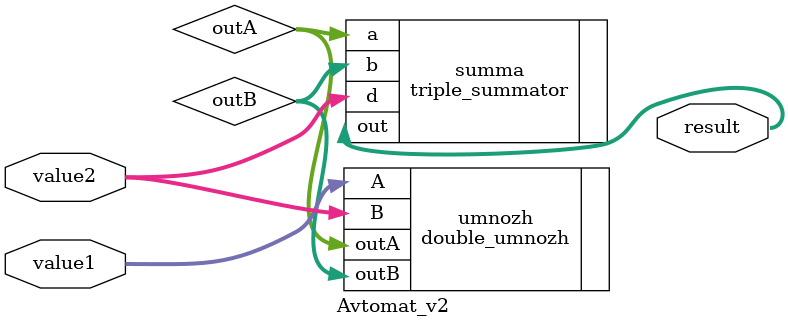
<source format=v>
`timescale 1ns / 1ps

module Avtomat_v2(
    input [9:0] value1,
    input [9:0] value2,
    output [10:0] result
    );
    wire [10:0] outA,outB;
double_umnozh umnozh(
    .A(value1),
    .B(value2),
    .outA(outA),
    .outB(outB)
    );
 
 triple_summator summa(
    .a(outA),
    .b(outB),
    .d(value2),
    .out(result)
 );


endmodule

</source>
